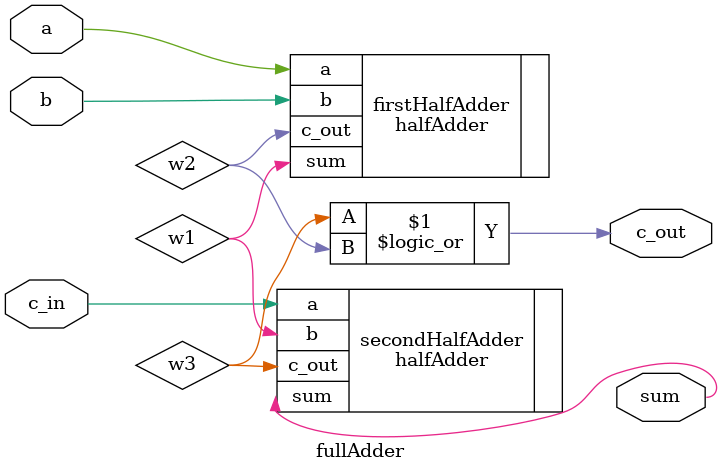
<source format=v>
`timescale 1ns / 1ps


module fullAdder(
        input c_in,
        input a,
        input b,
        output sum,
        output c_out    
    );
    
    wire w1, w2, w3;
    
    halfAdder firstHalfAdder(.a(a), .b(b), .sum(w1), .c_out(w2));
    halfAdder secondHalfAdder(.a(c_in), .b(w1), .sum(sum),.c_out(w3));
    
    assign c_out = w3 || w2;
    
endmodule

</source>
